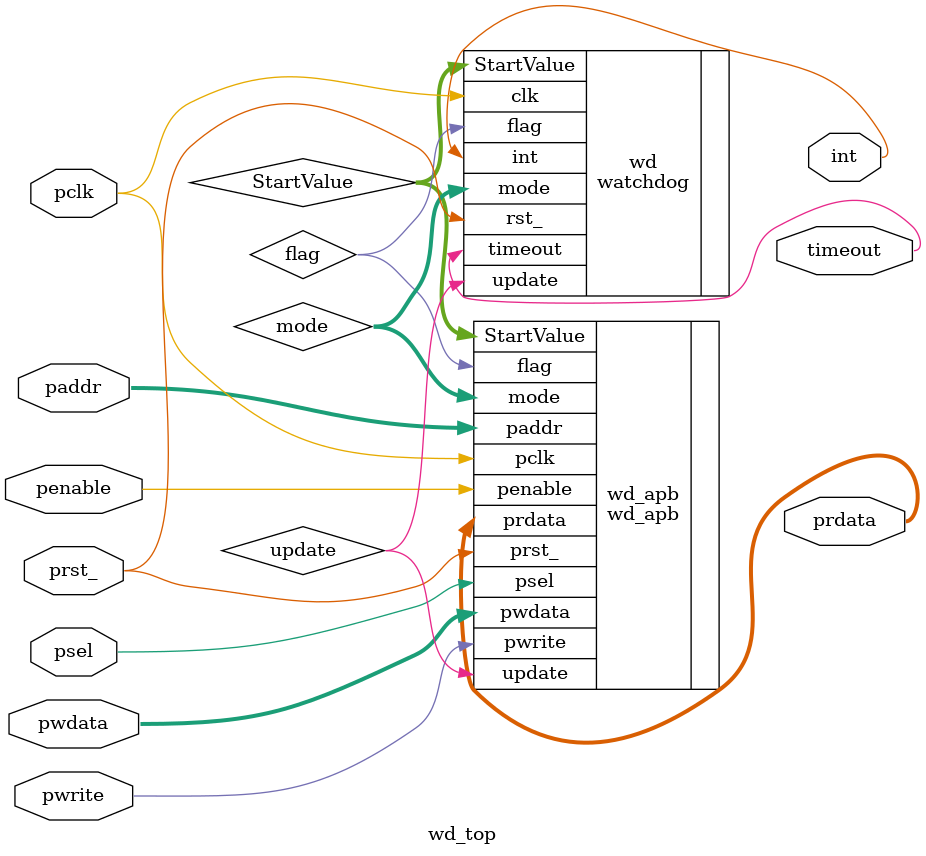
<source format=v>
/*
* watch dog top module
  * */

 module wd_top( input pclk,
                input prst_,
                input pwrite,
                input psel,
                input penable,
                input   [7:0]   paddr,
                input   [7:0]   pwdata,
                output  [7:0]   prdata,
                output          timeout,
                output          int
              );

wire  [31:0]  StartValue;
wire  [1:0]   mode;
wire  flag;
wire  update;

wd_apb wd_apb(  .pclk(pclk),
                .prst_(prst_),
                .pwrite(pwrite),
                .psel(psel),
                .penable(penable),
                .paddr(paddr),
                .pwdata(pwdata),
                .prdata(prdata),
                .flag(flag),
                .mode(mode),
                .update(update),
                .StartValue(StartValue)
               
);            
watchdog wd(  .clk(pclk),
              .rst_(prst_),
              .flag(flag),
              .mode(mode),
              .update(update),
              .StartValue(StartValue),
              .timeout(timeout),
              .int(int)

);
 endmodule

</source>
